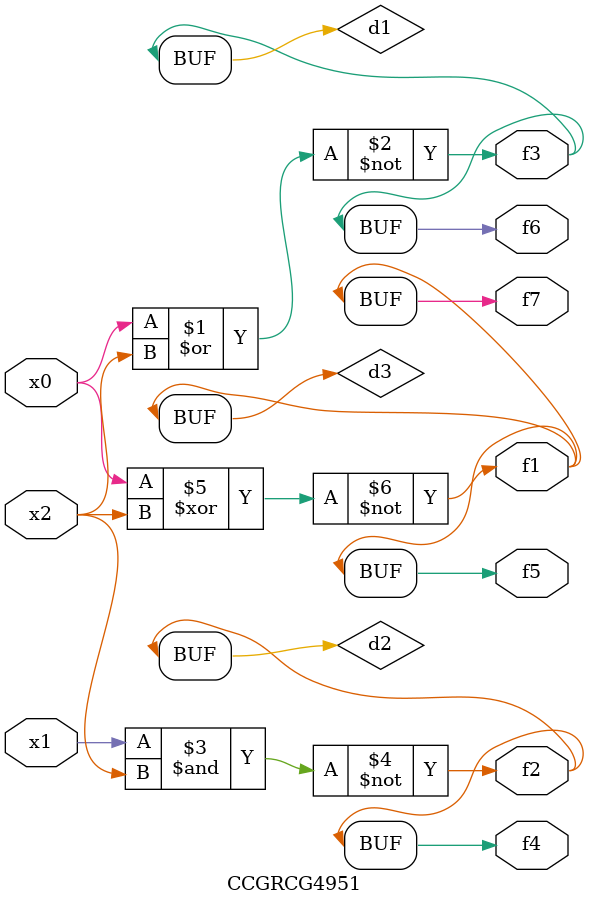
<source format=v>
module CCGRCG4951(
	input x0, x1, x2,
	output f1, f2, f3, f4, f5, f6, f7
);

	wire d1, d2, d3;

	nor (d1, x0, x2);
	nand (d2, x1, x2);
	xnor (d3, x0, x2);
	assign f1 = d3;
	assign f2 = d2;
	assign f3 = d1;
	assign f4 = d2;
	assign f5 = d3;
	assign f6 = d1;
	assign f7 = d3;
endmodule

</source>
